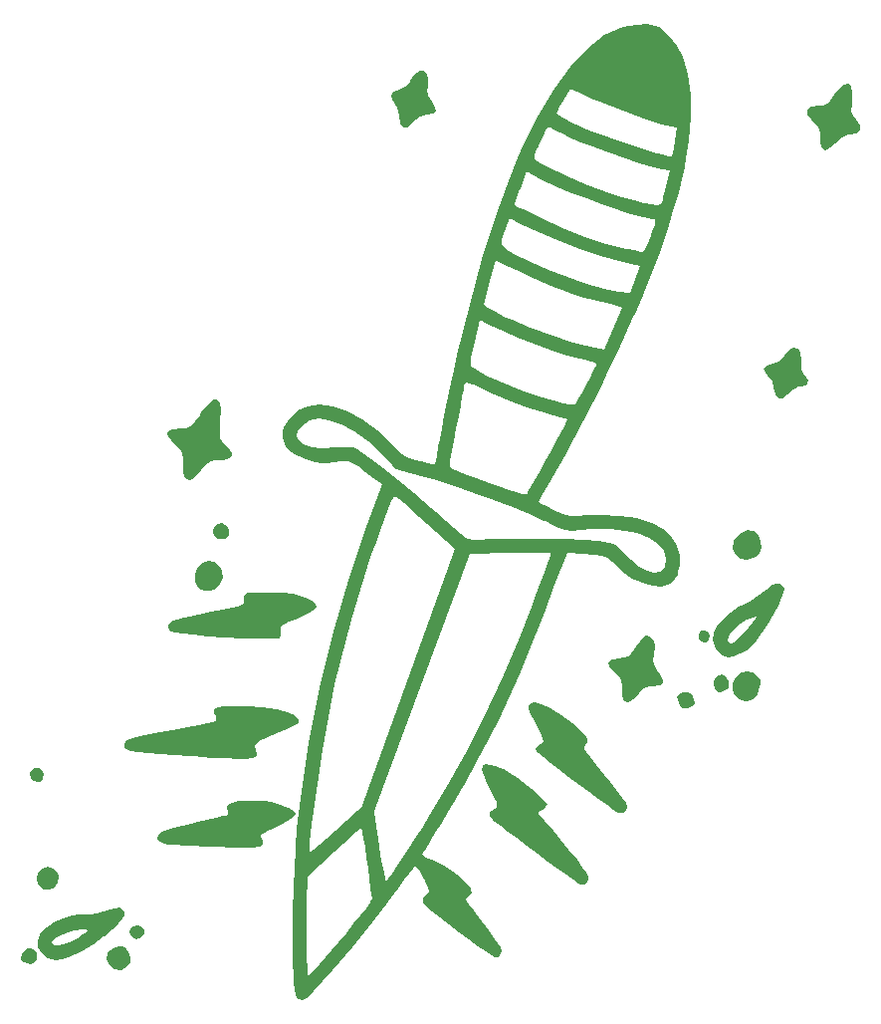
<source format=gbo>
G04 #@! TF.GenerationSoftware,KiCad,Pcbnew,(6.0.6-69-g6d26e8e3e8)*
G04 #@! TF.CreationDate,2022-07-20T16:26:27-04:00*
G04 #@! TF.ProjectId,bottom,626f7474-6f6d-42e6-9b69-6361645f7063,rev?*
G04 #@! TF.SameCoordinates,Original*
G04 #@! TF.FileFunction,Legend,Bot*
G04 #@! TF.FilePolarity,Positive*
%FSLAX46Y46*%
G04 Gerber Fmt 4.6, Leading zero omitted, Abs format (unit mm)*
G04 Created by KiCad (PCBNEW (6.0.6-69-g6d26e8e3e8)) date 2022-07-20 16:26:27*
%MOMM*%
%LPD*%
G01*
G04 APERTURE LIST*
G04 APERTURE END LIST*
G36*
X209804619Y-188912649D02*
G01*
X210562211Y-189263273D01*
X211444442Y-189812496D01*
X212417126Y-190546798D01*
X213006986Y-191047359D01*
X213484504Y-191523667D01*
X213708040Y-191882570D01*
X213701013Y-192164891D01*
X213486839Y-192411449D01*
X213480345Y-192416662D01*
X213409749Y-192531212D01*
X213442103Y-192714000D01*
X213603110Y-193004621D01*
X213918481Y-193442671D01*
X214413919Y-194067743D01*
X215115133Y-194919432D01*
X215582785Y-195489573D01*
X216164590Y-196221360D01*
X216635841Y-196840694D01*
X216957202Y-197295486D01*
X217089336Y-197533646D01*
X217092310Y-197755140D01*
X216845788Y-198038877D01*
X216637650Y-198129419D01*
X216346476Y-198151314D01*
X216264851Y-198110383D01*
X215904734Y-197880938D01*
X215345042Y-197492988D01*
X214634347Y-196983019D01*
X213821220Y-196387518D01*
X212954230Y-195742970D01*
X212081947Y-195085860D01*
X211252942Y-194452676D01*
X210515786Y-193879902D01*
X209919048Y-193404025D01*
X209511299Y-193061530D01*
X209341109Y-192888904D01*
X209279801Y-192732637D01*
X209319742Y-192525967D01*
X209621860Y-192326393D01*
X209659311Y-192306512D01*
X209843139Y-192187414D01*
X209913585Y-192036109D01*
X209857463Y-191782845D01*
X209661588Y-191357872D01*
X209312770Y-190691437D01*
X209159057Y-190392971D01*
X208873028Y-189779846D01*
X208692579Y-189306676D01*
X208651561Y-189057129D01*
X208800083Y-188861294D01*
X209205849Y-188774148D01*
X209804619Y-188912649D01*
G37*
G36*
X220169064Y-149508616D02*
G01*
X219742086Y-150734128D01*
X218753549Y-153273206D01*
X218297291Y-154350798D01*
X217696525Y-155769693D01*
X217602620Y-155991478D01*
X216314050Y-158835995D01*
X215488719Y-160554312D01*
X214912590Y-161753798D01*
X213422991Y-164691936D01*
X213181122Y-165144456D01*
X211870008Y-167597453D01*
X210278389Y-170417395D01*
X210130700Y-170671830D01*
X209813201Y-171219937D01*
X209591054Y-171605076D01*
X209505257Y-171756251D01*
X209522208Y-171768273D01*
X209759228Y-171888179D01*
X210217730Y-172106678D01*
X210823580Y-172388229D01*
X211354019Y-172627453D01*
X211883077Y-172829110D01*
X212341528Y-172921134D01*
X212869883Y-172928053D01*
X213608656Y-172874396D01*
X214864065Y-172813354D01*
X216484484Y-172879986D01*
X217939629Y-173111879D01*
X219176214Y-173499577D01*
X220140950Y-174033622D01*
X220670212Y-174516887D01*
X221211383Y-175313009D01*
X221510109Y-176185179D01*
X221555438Y-177062837D01*
X221387584Y-177685604D01*
X221336423Y-177875419D01*
X220842116Y-178552365D01*
X220496834Y-178796280D01*
X219941521Y-178941233D01*
X219229207Y-178872770D01*
X218297210Y-178591863D01*
X218160477Y-178541277D01*
X217467916Y-178236318D01*
X216927571Y-177869270D01*
X216371900Y-177330359D01*
X216294153Y-177247738D01*
X215821700Y-176783942D01*
X215391370Y-176477985D01*
X214904442Y-176289610D01*
X214262193Y-176178562D01*
X213365902Y-176104583D01*
X211990717Y-176014924D01*
X210916337Y-178787180D01*
X210014363Y-181114573D01*
X209675531Y-181984355D01*
X208751286Y-184300886D01*
X207883949Y-186376945D01*
X207039839Y-188284740D01*
X206185279Y-190096478D01*
X205286591Y-191884369D01*
X204310093Y-193720623D01*
X203222110Y-195677447D01*
X202905733Y-196230263D01*
X202400847Y-197095448D01*
X201848294Y-198027498D01*
X201285587Y-198964450D01*
X200750244Y-199844342D01*
X200279779Y-200605208D01*
X199911708Y-201185086D01*
X199683545Y-201522014D01*
X199622138Y-201628743D01*
X199661567Y-201770641D01*
X199919352Y-201922221D01*
X200454950Y-202130368D01*
X200822876Y-202291020D01*
X201502505Y-202676276D01*
X202223572Y-203164117D01*
X202897338Y-203688467D01*
X203435059Y-204183250D01*
X203747996Y-204582388D01*
X203789461Y-204669086D01*
X203805727Y-204919220D01*
X203561378Y-205170631D01*
X203467829Y-205246511D01*
X203303193Y-205457421D01*
X203388873Y-205654668D01*
X203411743Y-205682615D01*
X203624628Y-205954599D01*
X203994615Y-206434938D01*
X204476680Y-207065006D01*
X205025801Y-207786175D01*
X205076932Y-207853545D01*
X205663070Y-208641778D01*
X206054288Y-209211648D01*
X206278692Y-209612823D01*
X206364386Y-209894966D01*
X206339473Y-210107747D01*
X206158796Y-210383375D01*
X205809554Y-210427284D01*
X205782894Y-210418492D01*
X205498323Y-210255132D01*
X204999599Y-209921315D01*
X204339680Y-209456204D01*
X203571524Y-208898968D01*
X202748087Y-208288771D01*
X201922329Y-207664777D01*
X201147207Y-207066156D01*
X200475680Y-206532069D01*
X199960704Y-206101686D01*
X199703921Y-205732910D01*
X199732436Y-205330996D01*
X200073488Y-205018226D01*
X200169593Y-204940018D01*
X200194384Y-204729298D01*
X200064835Y-204347720D01*
X199765474Y-203730610D01*
X199719019Y-203641627D01*
X199415084Y-203118043D01*
X199159976Y-202770788D01*
X199004829Y-202671088D01*
X199000326Y-202673864D01*
X198828621Y-202861992D01*
X198504166Y-203277829D01*
X198071765Y-203862249D01*
X197576232Y-204556125D01*
X196982734Y-205386231D01*
X196539869Y-205973503D01*
X195401088Y-207483610D01*
X193714086Y-209577594D01*
X192007801Y-211563334D01*
X190368310Y-213335986D01*
X190152508Y-213554094D01*
X189758400Y-213895786D01*
X189465654Y-214024968D01*
X189192009Y-213987175D01*
X189107481Y-213950118D01*
X188961601Y-213820628D01*
X188856768Y-213575466D01*
X188780004Y-213155397D01*
X188718326Y-212501187D01*
X188658758Y-211553601D01*
X188646835Y-211325136D01*
X188603626Y-209911686D01*
X188594120Y-208255848D01*
X188600584Y-207720871D01*
X189782466Y-207720871D01*
X189787218Y-208917352D01*
X189806062Y-209933619D01*
X189828600Y-210612057D01*
X189856802Y-211292947D01*
X189883266Y-211771698D01*
X189904364Y-211973047D01*
X190007543Y-211943372D01*
X190239267Y-211719523D01*
X190455167Y-211475692D01*
X190854080Y-211034310D01*
X191311108Y-210535008D01*
X191427757Y-210407103D01*
X191942701Y-209821627D01*
X192538543Y-209119354D01*
X193171019Y-208355311D01*
X193795864Y-207584525D01*
X194368812Y-206862021D01*
X194845602Y-206242827D01*
X195181966Y-205781968D01*
X195333642Y-205534473D01*
X195339246Y-205472180D01*
X195315505Y-205111701D01*
X195249219Y-204506097D01*
X195150666Y-203727019D01*
X195030120Y-202846118D01*
X194897855Y-201935047D01*
X194764148Y-201065454D01*
X194639271Y-200308994D01*
X194533502Y-199737315D01*
X194457114Y-199422070D01*
X194356737Y-199489134D01*
X194034566Y-199758337D01*
X193531373Y-200197896D01*
X192889120Y-200771091D01*
X192149770Y-201441199D01*
X189865786Y-203525724D01*
X189806828Y-205753737D01*
X189791774Y-206516459D01*
X189782466Y-207720871D01*
X188600584Y-207720871D01*
X188615950Y-206449129D01*
X188666750Y-204583030D01*
X188744153Y-202749058D01*
X188820426Y-201465593D01*
X190033794Y-201465593D01*
X190116865Y-201457119D01*
X190419945Y-201257254D01*
X190904322Y-200876032D01*
X191527350Y-200347383D01*
X192246382Y-199705234D01*
X194129562Y-197985236D01*
X195510388Y-197985236D01*
X195530723Y-198117141D01*
X195962588Y-200918532D01*
X196080607Y-201663237D01*
X196228980Y-202540496D01*
X196358710Y-203242643D01*
X196458943Y-203711703D01*
X196518827Y-203889697D01*
X196535334Y-203885444D01*
X196711007Y-203698117D01*
X197033238Y-203274165D01*
X197468205Y-202663344D01*
X197982082Y-201915412D01*
X198541046Y-201080127D01*
X199111270Y-200207248D01*
X199658932Y-199346532D01*
X200150206Y-198547737D01*
X201639588Y-196019418D01*
X203393300Y-192871479D01*
X204966767Y-189822896D01*
X206400807Y-186790280D01*
X207736238Y-183690241D01*
X209013877Y-180439389D01*
X209390299Y-179431307D01*
X209778449Y-178373022D01*
X210104531Y-177463312D01*
X210352600Y-176747423D01*
X210506706Y-176270604D01*
X210550906Y-176078101D01*
X210546605Y-176073613D01*
X210324701Y-176040230D01*
X209811105Y-176018961D01*
X209060553Y-176010490D01*
X208127786Y-176015496D01*
X207067540Y-176034665D01*
X203641358Y-176116705D01*
X195510388Y-197985236D01*
X194129562Y-197985236D01*
X194425553Y-197714893D01*
X202446707Y-175676955D01*
X200066016Y-173579428D01*
X199381071Y-172976255D01*
X198664921Y-172346301D01*
X198069905Y-171823662D01*
X197643846Y-171450337D01*
X197434569Y-171268329D01*
X197364090Y-171223633D01*
X197275176Y-171236995D01*
X197168224Y-171360568D01*
X197026457Y-171631349D01*
X196833094Y-172086339D01*
X196571360Y-172762536D01*
X196224475Y-173696941D01*
X195775661Y-174926554D01*
X195243936Y-176428842D01*
X193586855Y-181734117D01*
X192204505Y-187217152D01*
X191107600Y-192831703D01*
X190306853Y-198531523D01*
X190250474Y-199038115D01*
X190155834Y-199937229D01*
X190084039Y-200685943D01*
X190041291Y-201217613D01*
X190033794Y-201465593D01*
X188820426Y-201465593D01*
X188845794Y-201038713D01*
X188969308Y-199543503D01*
X189278304Y-196842076D01*
X189989741Y-192218721D01*
X190931541Y-187498056D01*
X192083779Y-182766593D01*
X193426535Y-178110841D01*
X194939886Y-173617311D01*
X196186954Y-170183514D01*
X195483871Y-169665518D01*
X194822099Y-169179176D01*
X194183481Y-168725573D01*
X193712472Y-168433311D01*
X193343367Y-168276236D01*
X193010460Y-168228196D01*
X192648048Y-168263039D01*
X192190424Y-168354611D01*
X192086810Y-168376170D01*
X191512534Y-168470284D01*
X191037201Y-168468751D01*
X190519455Y-168357817D01*
X189817940Y-168123724D01*
X189553899Y-168026450D01*
X188738457Y-167660230D01*
X188205205Y-167270536D01*
X187899890Y-166806955D01*
X187768263Y-166219073D01*
X187765009Y-166026042D01*
X188949337Y-166026042D01*
X189058227Y-166340808D01*
X189102500Y-166422010D01*
X189528191Y-166797403D01*
X190224444Y-167046671D01*
X191136711Y-167156445D01*
X192210437Y-167113356D01*
X192592569Y-167075573D01*
X193279682Y-167046030D01*
X193756776Y-167104250D01*
X194117719Y-167257318D01*
X194440472Y-167463603D01*
X195284442Y-168061615D01*
X196334675Y-168866398D01*
X197558928Y-169852258D01*
X198924961Y-170993499D01*
X200400528Y-172264426D01*
X200795149Y-172608032D01*
X201629294Y-173327103D01*
X202362516Y-173949462D01*
X202953917Y-174440929D01*
X203362600Y-174767328D01*
X203547669Y-174894482D01*
X203590346Y-174899707D01*
X203929205Y-174908756D01*
X204547012Y-174909481D01*
X205389214Y-174902277D01*
X206401253Y-174887542D01*
X207528575Y-174865667D01*
X207724920Y-174861539D01*
X209926079Y-174835999D01*
X211811925Y-174855024D01*
X213373758Y-174918276D01*
X214602873Y-175025415D01*
X215490569Y-175176102D01*
X215582262Y-175199240D01*
X216055340Y-175376410D01*
X216466567Y-175677564D01*
X216940812Y-176189999D01*
X217363629Y-176639956D01*
X218054778Y-177201270D01*
X218737919Y-177576079D01*
X219357621Y-177744083D01*
X219858455Y-177684971D01*
X220184989Y-177378440D01*
X220237259Y-177266920D01*
X220378792Y-176553366D01*
X220191391Y-175878883D01*
X219695638Y-175270233D01*
X218912119Y-174754176D01*
X217861414Y-174357472D01*
X216881350Y-174158297D01*
X215585698Y-174036759D01*
X214220615Y-174029301D01*
X212927966Y-174142115D01*
X212548731Y-174191425D01*
X212220453Y-174200200D01*
X211888197Y-174143581D01*
X211473260Y-174000145D01*
X210896938Y-173748474D01*
X210080529Y-173367147D01*
X209964797Y-173313056D01*
X208743419Y-172776683D01*
X207282327Y-172183844D01*
X205672114Y-171567569D01*
X204003376Y-170960887D01*
X202366705Y-170396823D01*
X200852694Y-169908408D01*
X199551940Y-169528671D01*
X197423793Y-168953835D01*
X197056037Y-168563180D01*
X201960683Y-168563180D01*
X201973686Y-168669065D01*
X202062264Y-168789065D01*
X202270360Y-168926763D01*
X202640613Y-169102069D01*
X203215665Y-169334897D01*
X204038158Y-169645153D01*
X205150731Y-170052753D01*
X206133759Y-170408613D01*
X206999056Y-170713966D01*
X207619116Y-170917979D01*
X208039480Y-171032839D01*
X208305695Y-171070730D01*
X208463302Y-171043839D01*
X208557847Y-170964352D01*
X208625458Y-170864411D01*
X208855275Y-170483427D01*
X209192083Y-169899211D01*
X209604695Y-169168463D01*
X210061928Y-168347882D01*
X210532598Y-167494170D01*
X210985519Y-166664025D01*
X211389506Y-165914146D01*
X211713375Y-165301235D01*
X211925940Y-164881991D01*
X211996017Y-164713113D01*
X211842476Y-164648237D01*
X211410932Y-164514772D01*
X210770875Y-164334931D01*
X209991549Y-164128897D01*
X208722019Y-163766224D01*
X207402259Y-163292515D01*
X205980274Y-162674986D01*
X205387489Y-162399578D01*
X204560277Y-162017593D01*
X203981533Y-161763871D01*
X203604290Y-161628106D01*
X203381581Y-161599988D01*
X203266438Y-161669213D01*
X203211894Y-161825470D01*
X203170982Y-162058455D01*
X203138694Y-162230014D01*
X203037400Y-162761278D01*
X202891453Y-163522219D01*
X202715117Y-164438526D01*
X202522657Y-165435885D01*
X202405763Y-166045942D01*
X202234306Y-166961148D01*
X202094987Y-167730198D01*
X201999786Y-168286430D01*
X201960683Y-168563180D01*
X197056037Y-168563180D01*
X196490353Y-167962272D01*
X196195574Y-167656624D01*
X195038542Y-166594290D01*
X193893576Y-165747940D01*
X192792090Y-165129948D01*
X191765500Y-164752684D01*
X190845220Y-164628525D01*
X190062666Y-164769843D01*
X189449251Y-165189011D01*
X189246572Y-165414330D01*
X188999040Y-165755740D01*
X188949337Y-166026042D01*
X187765009Y-166026042D01*
X187760696Y-165770140D01*
X187879524Y-165348981D01*
X188180627Y-164834287D01*
X188300992Y-164663859D01*
X189017983Y-163978050D01*
X189898343Y-163579137D01*
X190915780Y-163461129D01*
X192044002Y-163618037D01*
X193256715Y-164043872D01*
X194527628Y-164732644D01*
X195830449Y-165678363D01*
X197138883Y-166875040D01*
X197521477Y-167257581D01*
X197950260Y-167642719D01*
X198334632Y-167889555D01*
X198791713Y-168068013D01*
X199438627Y-168248013D01*
X199552341Y-168277636D01*
X200142188Y-168427868D01*
X200559448Y-168528398D01*
X200719936Y-168558804D01*
X200726331Y-168526353D01*
X200778289Y-168236555D01*
X200870365Y-167712885D01*
X200988330Y-167036090D01*
X200991483Y-167017992D01*
X201113487Y-166356823D01*
X201292254Y-165437182D01*
X201511114Y-164342491D01*
X201753394Y-163156165D01*
X202002426Y-161961626D01*
X202396726Y-160161809D01*
X203722685Y-160161809D01*
X203773860Y-160215173D01*
X204080778Y-160422460D01*
X204593072Y-160717880D01*
X205234178Y-161056131D01*
X205626671Y-161248170D01*
X206605469Y-161682787D01*
X207671497Y-162107053D01*
X208766066Y-162502372D01*
X209830488Y-162850150D01*
X210806076Y-163131794D01*
X211634141Y-163328709D01*
X212255995Y-163422299D01*
X212612952Y-163393972D01*
X212703890Y-163288887D01*
X212928936Y-162933180D01*
X213233057Y-162404415D01*
X213573661Y-161782346D01*
X213908154Y-161146726D01*
X214193942Y-160577306D01*
X214388431Y-160153840D01*
X214449027Y-159956080D01*
X214351557Y-159913319D01*
X213973066Y-159801194D01*
X213377271Y-159644588D01*
X212636831Y-159463262D01*
X212635247Y-159462886D01*
X211645764Y-159187102D01*
X210437358Y-158786837D01*
X209104931Y-158298336D01*
X207743387Y-157757846D01*
X206447627Y-157201613D01*
X205312552Y-156665883D01*
X204503839Y-156260065D01*
X204070677Y-158125150D01*
X203932783Y-158749066D01*
X203800289Y-159432040D01*
X203725800Y-159929032D01*
X203722685Y-160161809D01*
X202396726Y-160161809D01*
X202608724Y-159194125D01*
X203635552Y-154962868D01*
X204893227Y-154962868D01*
X204926624Y-154998770D01*
X205201595Y-155186357D01*
X205685468Y-155470139D01*
X206301099Y-155804021D01*
X206579146Y-155944053D01*
X207491371Y-156356976D01*
X208591391Y-156806718D01*
X209794361Y-157262856D01*
X211015438Y-157694964D01*
X212169776Y-158072620D01*
X213172532Y-158365397D01*
X213938859Y-158542870D01*
X215085143Y-158745707D01*
X215874726Y-156995833D01*
X216139627Y-156400357D01*
X216402311Y-155788408D01*
X216574206Y-155361202D01*
X216627069Y-155186650D01*
X216626485Y-155185916D01*
X216441651Y-155123279D01*
X215982704Y-155000123D01*
X215317502Y-154833931D01*
X214513901Y-154642188D01*
X214260429Y-154582121D01*
X213394757Y-154358921D01*
X212591192Y-154113658D01*
X211755055Y-153812944D01*
X210791669Y-153423393D01*
X209606357Y-152911618D01*
X208858424Y-152580056D01*
X207963841Y-152176359D01*
X207204208Y-151825619D01*
X206642426Y-151556966D01*
X206341398Y-151399536D01*
X205908054Y-151132869D01*
X205366709Y-152978307D01*
X205189685Y-153603189D01*
X205017373Y-154268227D01*
X204912567Y-154746546D01*
X204893227Y-154962868D01*
X203635552Y-154962868D01*
X203640080Y-154944209D01*
X204721614Y-151032011D01*
X205202468Y-149513028D01*
X206382442Y-149513028D01*
X206404309Y-149824683D01*
X206590402Y-150096687D01*
X206978520Y-150378450D01*
X207606458Y-150719389D01*
X208512015Y-151168915D01*
X208843606Y-151329142D01*
X210369164Y-152002249D01*
X211979508Y-152622592D01*
X213578204Y-153157344D01*
X215068821Y-153573677D01*
X216354924Y-153838764D01*
X217287767Y-153983361D01*
X218131206Y-151666033D01*
X217384061Y-151514412D01*
X216076694Y-151196707D01*
X214532030Y-150731883D01*
X212862746Y-150157501D01*
X211160350Y-149506835D01*
X209516348Y-148813167D01*
X208022248Y-148109774D01*
X207030320Y-147611784D01*
X206630768Y-148709544D01*
X206487002Y-149112307D01*
X206382442Y-149513028D01*
X205202468Y-149513028D01*
X205852732Y-147458889D01*
X206202976Y-146499460D01*
X207482100Y-146499460D01*
X207506709Y-146510864D01*
X207768639Y-146637333D01*
X208269149Y-146880817D01*
X208950314Y-147213107D01*
X209754209Y-147605994D01*
X211526456Y-148430188D01*
X213286148Y-149139917D01*
X214957791Y-149686049D01*
X216635413Y-150102697D01*
X217059146Y-150192908D01*
X217719972Y-150334914D01*
X218200566Y-150439926D01*
X218418455Y-150490029D01*
X218451880Y-150471254D01*
X218601112Y-150221746D01*
X218816301Y-149741996D01*
X219062971Y-149106030D01*
X219211941Y-148691658D01*
X219388140Y-148156136D01*
X219448556Y-147850179D01*
X219401791Y-147710030D01*
X219256450Y-147671930D01*
X218856058Y-147620469D01*
X218074306Y-147439847D01*
X217075477Y-147151734D01*
X215919763Y-146778023D01*
X214667364Y-146340607D01*
X213378469Y-145861378D01*
X212113276Y-145362228D01*
X210931978Y-144865051D01*
X209894770Y-144391739D01*
X209061847Y-143964184D01*
X208476964Y-143637162D01*
X207958869Y-145060618D01*
X207860479Y-145333327D01*
X207653827Y-145925178D01*
X207519246Y-146339404D01*
X207482100Y-146499460D01*
X206202976Y-146499460D01*
X207032841Y-144226196D01*
X207855484Y-142290359D01*
X209176887Y-142290359D01*
X209219919Y-142550221D01*
X209438994Y-142786295D01*
X209868060Y-143045762D01*
X210541073Y-143375804D01*
X211491981Y-143823600D01*
X211963955Y-144042160D01*
X213482579Y-144687237D01*
X215070432Y-145286933D01*
X216603407Y-145796205D01*
X217957391Y-146170011D01*
X218494426Y-146296093D01*
X219180880Y-146441159D01*
X219621846Y-146493279D01*
X219878076Y-146449319D01*
X220010327Y-146306149D01*
X220079353Y-146060637D01*
X220135207Y-145794619D01*
X220266870Y-145217624D01*
X220422285Y-144573236D01*
X220672236Y-143565909D01*
X220110662Y-143476332D01*
X220034870Y-143463311D01*
X219359273Y-143304512D01*
X218444917Y-143039916D01*
X217367250Y-142695852D01*
X216201724Y-142298654D01*
X215023790Y-141874651D01*
X213908897Y-141450175D01*
X212932494Y-141051558D01*
X212170033Y-140705131D01*
X211538034Y-140398196D01*
X210925895Y-140113374D01*
X210494594Y-139927326D01*
X210311171Y-139870165D01*
X210291374Y-139890913D01*
X210146106Y-140141392D01*
X209908675Y-140611046D01*
X209619341Y-141221254D01*
X209483142Y-141510551D01*
X209275945Y-141959530D01*
X209176887Y-142290359D01*
X207855484Y-142290359D01*
X208261346Y-141335288D01*
X209537654Y-138787521D01*
X209571350Y-138731427D01*
X211073624Y-138731427D01*
X211079769Y-138740744D01*
X211288977Y-138891923D01*
X211721535Y-139141391D01*
X212293239Y-139440213D01*
X212343660Y-139465295D01*
X213106315Y-139815271D01*
X214036149Y-140199981D01*
X215078184Y-140601024D01*
X216177447Y-140999997D01*
X217278962Y-141378499D01*
X218327753Y-141718129D01*
X219268847Y-142000486D01*
X220047265Y-142207163D01*
X220608034Y-142319763D01*
X220896179Y-142319883D01*
X220896526Y-142319714D01*
X220967625Y-142130516D01*
X221050301Y-141686052D01*
X221126728Y-141082037D01*
X221249440Y-139894476D01*
X220355267Y-139698593D01*
X219976732Y-139601981D01*
X219182730Y-139359938D01*
X218200516Y-139030415D01*
X217112634Y-138643694D01*
X216001628Y-138230059D01*
X214950043Y-137819794D01*
X214040424Y-137443180D01*
X213355313Y-137130502D01*
X212222072Y-136568152D01*
X211618089Y-137585970D01*
X211324130Y-138112084D01*
X211126961Y-138526309D01*
X211073624Y-138731427D01*
X209571350Y-138731427D01*
X210861171Y-136584250D01*
X212231302Y-134726830D01*
X213647453Y-133216616D01*
X215109031Y-132054965D01*
X215662585Y-131749380D01*
X216706647Y-131372714D01*
X217830132Y-131152790D01*
X218873954Y-131128745D01*
X219032155Y-131144400D01*
X219532511Y-131237084D01*
X219915772Y-131435390D01*
X220355429Y-131820300D01*
X220610796Y-132076069D01*
X221301471Y-132939356D01*
X221796569Y-133911632D01*
X222161302Y-135111758D01*
X222228676Y-135412833D01*
X222469439Y-137117719D01*
X222503262Y-138984233D01*
X222327356Y-141035063D01*
X222069885Y-142531706D01*
X221938935Y-143292897D01*
X221335208Y-145780425D01*
X221062639Y-146689159D01*
X220513389Y-148520334D01*
X220169064Y-149508616D01*
G37*
G36*
X199773553Y-135058813D02*
G01*
X199789321Y-135064791D01*
X200059010Y-135307916D01*
X200154796Y-135781989D01*
X200085764Y-136529806D01*
X200072675Y-136618553D01*
X200108665Y-137192714D01*
X200419738Y-137720904D01*
X200639821Y-138031617D01*
X200756945Y-138441724D01*
X200555043Y-138703545D01*
X200035594Y-138812875D01*
X199992664Y-138815346D01*
X199412263Y-138977563D01*
X198891442Y-139419260D01*
X198806517Y-139511828D01*
X198351889Y-139862294D01*
X197994208Y-139876247D01*
X197749767Y-139560155D01*
X197634851Y-138920483D01*
X197629769Y-138847461D01*
X197490976Y-138197063D01*
X197225375Y-137743069D01*
X197068532Y-137552895D01*
X196965927Y-137150799D01*
X197175647Y-136827705D01*
X197670212Y-136651069D01*
X197707555Y-136645854D01*
X198200579Y-136453601D01*
X198582217Y-135996174D01*
X198617730Y-135936761D01*
X199040221Y-135341786D01*
X199413639Y-135058465D01*
X199773553Y-135058813D01*
G37*
G36*
X227788763Y-186200624D02*
G01*
X228260470Y-186640002D01*
X228365620Y-186825462D01*
X228416264Y-187213392D01*
X228270303Y-187759191D01*
X228146041Y-188064046D01*
X227892337Y-188433785D01*
X227543370Y-188610220D01*
X227124071Y-188661756D01*
X226594889Y-188513999D01*
X226222053Y-188161055D01*
X226030294Y-187680382D01*
X226044342Y-187149439D01*
X226288922Y-186645687D01*
X226788768Y-186246582D01*
X227234072Y-186103080D01*
X227788763Y-186200624D01*
G37*
G36*
X168248300Y-202854654D02*
G01*
X168598737Y-203222014D01*
X168695765Y-203525420D01*
X168635680Y-204038303D01*
X168351094Y-204458099D01*
X167900874Y-204663236D01*
X167430310Y-204629523D01*
X166997810Y-204348117D01*
X166808287Y-203843171D01*
X166808975Y-203662756D01*
X166983316Y-203185406D01*
X167345026Y-202869504D01*
X167798542Y-202748202D01*
X168248300Y-202854654D01*
G37*
G36*
X227751109Y-174149018D02*
G01*
X227779931Y-174160202D01*
X228189024Y-174498368D01*
X228438714Y-175042044D01*
X228469193Y-175664972D01*
X228425168Y-175875779D01*
X228226058Y-176233547D01*
X227798835Y-176500309D01*
X227237517Y-176642798D01*
X226676443Y-176533724D01*
X226260857Y-176193421D01*
X226058436Y-175680762D01*
X226136860Y-175054620D01*
X226320613Y-174741432D01*
X226757525Y-174363220D01*
X227278218Y-174141143D01*
X227751109Y-174149018D01*
G37*
G36*
X205330371Y-194044522D02*
G01*
X205896996Y-194200718D01*
X206008687Y-194236181D01*
X206532702Y-194444667D01*
X207081172Y-194747683D01*
X207732647Y-195193159D01*
X208565682Y-195829023D01*
X208582002Y-195841866D01*
X209232638Y-196373042D01*
X209765545Y-196843701D01*
X210126110Y-197203170D01*
X210259719Y-197400779D01*
X210145862Y-197629357D01*
X209827021Y-197880769D01*
X209561230Y-198083206D01*
X209531358Y-198243756D01*
X209676742Y-198405052D01*
X210011492Y-198795477D01*
X210496060Y-199368676D01*
X211092265Y-200079474D01*
X211761918Y-200882695D01*
X212080415Y-201267507D01*
X212779660Y-202131700D01*
X213274565Y-202781686D01*
X213588859Y-203251806D01*
X213746267Y-203576398D01*
X213770514Y-203789801D01*
X213665138Y-204042062D01*
X213417442Y-204244131D01*
X213285234Y-204269094D01*
X213077643Y-204282464D01*
X213074648Y-204281149D01*
X212892997Y-204157419D01*
X212478097Y-203859182D01*
X211875844Y-203420389D01*
X211132129Y-202874992D01*
X210292847Y-202256944D01*
X209403891Y-201600195D01*
X208511155Y-200938698D01*
X207660530Y-200306404D01*
X206897912Y-199737268D01*
X206269192Y-199265237D01*
X205820266Y-198924266D01*
X205597024Y-198748306D01*
X205352976Y-198425920D01*
X205396763Y-198078207D01*
X205782971Y-197783197D01*
X205940572Y-197681566D01*
X205993675Y-197524529D01*
X205924824Y-197249161D01*
X205718038Y-196791847D01*
X205357336Y-196088975D01*
X205116246Y-195614534D01*
X204822938Y-194952866D01*
X204702702Y-194508747D01*
X204739534Y-194234127D01*
X204815188Y-194118567D01*
X205000712Y-194016245D01*
X205330371Y-194044522D01*
G37*
G36*
X186285640Y-197174711D02*
G01*
X187041613Y-197295737D01*
X187767679Y-197514851D01*
X188271799Y-197712666D01*
X188730596Y-197967211D01*
X188879536Y-198216257D01*
X188712411Y-198489056D01*
X188223012Y-198814858D01*
X187405132Y-199222916D01*
X187059425Y-199386050D01*
X186473313Y-199672888D01*
X186062505Y-199888075D01*
X185899849Y-199994282D01*
X185920011Y-200146318D01*
X186036190Y-200487737D01*
X186073901Y-200591915D01*
X186095393Y-200799196D01*
X185989072Y-200949824D01*
X185717575Y-201049268D01*
X185243545Y-201102996D01*
X184529622Y-201116481D01*
X183538446Y-201095188D01*
X182232658Y-201044590D01*
X181185843Y-200999841D01*
X180198252Y-200958112D01*
X179368516Y-200923555D01*
X178761499Y-200898872D01*
X178442066Y-200886762D01*
X178020568Y-200825342D01*
X177492208Y-200659979D01*
X177324027Y-200578880D01*
X177109093Y-200366725D01*
X177149589Y-200054136D01*
X177181726Y-199986003D01*
X177340001Y-199824705D01*
X177646980Y-199668270D01*
X178152130Y-199499014D01*
X178904917Y-199299252D01*
X179954810Y-199051301D01*
X180449554Y-198938296D01*
X181344521Y-198734812D01*
X182097856Y-198564740D01*
X182642160Y-198443262D01*
X182910035Y-198385562D01*
X182920372Y-198383520D01*
X183125212Y-198272993D01*
X183083787Y-197994525D01*
X183020880Y-197703615D01*
X183118785Y-197437182D01*
X183450297Y-197265342D01*
X184054328Y-197170351D01*
X184969792Y-197134463D01*
X185364606Y-197133397D01*
X186285640Y-197174711D01*
G37*
G36*
X167325395Y-194588079D02*
G01*
X167404745Y-194831424D01*
X167354305Y-195240865D01*
X167123995Y-195514550D01*
X166969670Y-195547063D01*
X166608460Y-195428557D01*
X166318489Y-195144404D01*
X166237598Y-194804950D01*
X166331987Y-194594964D01*
X166647158Y-194373849D01*
X167027418Y-194361760D01*
X167325395Y-194588079D01*
G37*
G36*
X231581302Y-158675135D02*
G01*
X231809240Y-159061299D01*
X231858616Y-159727026D01*
X231853533Y-159805711D01*
X231890958Y-160446482D01*
X232082323Y-160805195D01*
X232252407Y-160995165D01*
X232424506Y-161410953D01*
X232414487Y-161655665D01*
X232228105Y-161813081D01*
X231775692Y-161926559D01*
X231652476Y-161953502D01*
X231154436Y-162139546D01*
X230829893Y-162378231D01*
X230648409Y-162587037D01*
X230338364Y-162850731D01*
X230266753Y-162888642D01*
X229924594Y-162891343D01*
X229669489Y-162585541D01*
X229534251Y-162005718D01*
X229411403Y-161476296D01*
X229029287Y-160942586D01*
X228810059Y-160725354D01*
X228692356Y-160384049D01*
X228912779Y-160112872D01*
X229463554Y-159929955D01*
X230053283Y-159716571D01*
X230454656Y-159283479D01*
X230820106Y-158814290D01*
X231232393Y-158586734D01*
X231581302Y-158675135D01*
G37*
G36*
X175735722Y-207815796D02*
G01*
X175981800Y-208134653D01*
X176007080Y-208415774D01*
X175776070Y-208728146D01*
X175721531Y-208772018D01*
X175326174Y-208881138D01*
X174955972Y-208713748D01*
X174734769Y-208318558D01*
X174768743Y-207987728D01*
X175016270Y-207758988D01*
X175376238Y-207696125D01*
X175735722Y-207815796D01*
G37*
G36*
X181997937Y-176851435D02*
G01*
X182466695Y-177278064D01*
X182619895Y-177598255D01*
X182652316Y-178169769D01*
X182456135Y-178712243D01*
X182077967Y-179121546D01*
X181564427Y-179293549D01*
X181106084Y-179273104D01*
X180675949Y-179089723D01*
X180369172Y-178670350D01*
X180297266Y-178494159D01*
X180267424Y-177888037D01*
X180518485Y-177320231D01*
X181009104Y-176904804D01*
X181438137Y-176764009D01*
X181997937Y-176851435D01*
G37*
G36*
X222186384Y-187910775D02*
G01*
X222558423Y-188102550D01*
X222752636Y-188460367D01*
X222785596Y-188796438D01*
X222697235Y-189003782D01*
X222392618Y-189172955D01*
X222143162Y-189254052D01*
X221812401Y-189256744D01*
X221811118Y-189256274D01*
X221539918Y-189012616D01*
X221348636Y-188616738D01*
X221330241Y-188260696D01*
X221424744Y-188097774D01*
X221765499Y-187903149D01*
X222186384Y-187910775D01*
G37*
G36*
X171652462Y-209307304D02*
G01*
X170676086Y-209904431D01*
X169761914Y-210355204D01*
X169000742Y-210605306D01*
X168443085Y-210643084D01*
X167778321Y-210468469D01*
X167271902Y-210087442D01*
X166971963Y-209560733D01*
X166943416Y-209175483D01*
X168123697Y-209175483D01*
X168250926Y-209382658D01*
X168611325Y-209429450D01*
X169146841Y-209316113D01*
X169799419Y-209042902D01*
X170295629Y-208778859D01*
X170781883Y-208496110D01*
X171064399Y-208301806D01*
X171074533Y-208292683D01*
X171188477Y-208150586D01*
X171069050Y-208080882D01*
X170656552Y-208046155D01*
X170620039Y-208044868D01*
X170089745Y-208107247D01*
X169467933Y-208282899D01*
X168864280Y-208527891D01*
X168388469Y-208798287D01*
X168150179Y-209050149D01*
X168123697Y-209175483D01*
X166943416Y-209175483D01*
X166926639Y-208949074D01*
X167184062Y-208313196D01*
X167229739Y-208251572D01*
X167670654Y-207864066D01*
X168319934Y-207483028D01*
X169078100Y-207147618D01*
X169845670Y-206896993D01*
X170523165Y-206770314D01*
X171011104Y-206806739D01*
X171015939Y-206808416D01*
X171351211Y-206810993D01*
X171896055Y-206706418D01*
X172534949Y-206516682D01*
X172800235Y-206426528D01*
X173459656Y-206238772D01*
X173886548Y-206205638D01*
X174147095Y-206330923D01*
X174307480Y-206618428D01*
X174328824Y-206694182D01*
X174311510Y-206898294D01*
X174153882Y-207155957D01*
X173813151Y-207525525D01*
X173246530Y-208065352D01*
X172600250Y-208618135D01*
X172557822Y-208648986D01*
X171652462Y-209307304D01*
G37*
G36*
X228854054Y-182441543D02*
G01*
X228031506Y-183516186D01*
X227176667Y-184311386D01*
X226319850Y-184791046D01*
X226038054Y-184882342D01*
X225570070Y-184926941D01*
X225150043Y-184763249D01*
X225028046Y-184681519D01*
X224576895Y-184155480D01*
X224364506Y-183491403D01*
X224365798Y-183479511D01*
X225592160Y-183479511D01*
X225684041Y-183687536D01*
X225930740Y-183723028D01*
X226351629Y-183475794D01*
X226572234Y-183285379D01*
X226952049Y-182897708D01*
X227358180Y-182438439D01*
X227722622Y-181988758D01*
X227977373Y-181629851D01*
X228054427Y-181442905D01*
X227996263Y-181433043D01*
X227700619Y-181517903D01*
X227248397Y-181707955D01*
X226973146Y-181857478D01*
X226443751Y-182248812D01*
X225985904Y-182704380D01*
X225676432Y-183142005D01*
X225592160Y-183479511D01*
X224365798Y-183479511D01*
X224437734Y-182817291D01*
X224710031Y-182340435D01*
X225216941Y-181745763D01*
X225850533Y-181156392D01*
X226514635Y-180661066D01*
X227113074Y-180348532D01*
X227482970Y-180179916D01*
X228102872Y-179809644D01*
X228696256Y-179373460D01*
X228941352Y-179172814D01*
X229443884Y-178798145D01*
X229785596Y-178634950D01*
X230035366Y-178660250D01*
X230262072Y-178851068D01*
X230342083Y-178953695D01*
X230400819Y-179138725D01*
X230356909Y-179412998D01*
X230193698Y-179852786D01*
X229894532Y-180534361D01*
X229613998Y-181123556D01*
X229191280Y-181856685D01*
X228854054Y-182441543D01*
G37*
G36*
X236098147Y-136362119D02*
G01*
X236217306Y-136898861D01*
X236176931Y-137736844D01*
X236148488Y-137976213D01*
X236131910Y-138501135D01*
X236238375Y-138859736D01*
X236496999Y-139183628D01*
X236569914Y-139260316D01*
X236899327Y-139754010D01*
X236896150Y-140138215D01*
X236567942Y-140395516D01*
X235922256Y-140508494D01*
X235849289Y-140514412D01*
X235324526Y-140717737D01*
X234744792Y-141226383D01*
X234358357Y-141594211D01*
X233943822Y-141815843D01*
X233655878Y-141710854D01*
X233489827Y-141276665D01*
X233440968Y-140510692D01*
X233439464Y-140383730D01*
X233323153Y-139841828D01*
X232976939Y-139440579D01*
X232735423Y-139229312D01*
X232409982Y-138775652D01*
X232412814Y-138406465D01*
X232734426Y-138155574D01*
X233365322Y-138056808D01*
X233393622Y-138056342D01*
X233772415Y-138022581D01*
X234055593Y-137892573D01*
X234336155Y-137597947D01*
X234707102Y-137070327D01*
X235010165Y-136662137D01*
X235471906Y-136233477D01*
X235842123Y-136136897D01*
X236098147Y-136362119D01*
G37*
G36*
X166685093Y-209852153D02*
G01*
X166825341Y-210116171D01*
X166817668Y-210566376D01*
X166517573Y-210914864D01*
X166229967Y-210978130D01*
X165809807Y-210882877D01*
X165678110Y-210809013D01*
X165500674Y-210576690D01*
X165573783Y-210197884D01*
X165644017Y-210041015D01*
X165959389Y-209701407D01*
X166339029Y-209628307D01*
X166685093Y-209852153D01*
G37*
G36*
X182624201Y-173516251D02*
G01*
X183027967Y-173763876D01*
X183209236Y-174140860D01*
X183146238Y-174536076D01*
X182817205Y-174838403D01*
X182669007Y-174883731D01*
X182267852Y-174863705D01*
X182251766Y-174857619D01*
X181946329Y-174596616D01*
X181847749Y-174216903D01*
X181932194Y-173831830D01*
X182175829Y-173554745D01*
X182554818Y-173498998D01*
X182624201Y-173516251D01*
G37*
G36*
X223993066Y-182819844D02*
G01*
X224094229Y-183159746D01*
X223907980Y-183556673D01*
X223730567Y-183658557D01*
X223359019Y-183591504D01*
X223122293Y-183362662D01*
X223155472Y-182988053D01*
X223350958Y-182691882D01*
X223699289Y-182656621D01*
X223993066Y-182819844D01*
G37*
G36*
X186803673Y-179420157D02*
G01*
X186892627Y-179421822D01*
X187853104Y-179458270D01*
X188575790Y-179534472D01*
X189166622Y-179666755D01*
X189731540Y-179871450D01*
X190192681Y-180084752D01*
X190589302Y-180359911D01*
X190681190Y-180626487D01*
X190458940Y-180907917D01*
X189913153Y-181227640D01*
X189034426Y-181609090D01*
X188990196Y-181626823D01*
X188287679Y-181915278D01*
X187854334Y-182122226D01*
X187632904Y-182290359D01*
X187566125Y-182462366D01*
X187596739Y-182680935D01*
X187622439Y-182994527D01*
X187481546Y-183308922D01*
X187369204Y-183336808D01*
X186937828Y-183360509D01*
X186239452Y-183361114D01*
X185325742Y-183339509D01*
X184248364Y-183296578D01*
X183058981Y-183233204D01*
X182839888Y-183220042D01*
X181366651Y-183124722D01*
X180208687Y-183032656D01*
X179333015Y-182936740D01*
X178706652Y-182829866D01*
X178296616Y-182704928D01*
X178069923Y-182554820D01*
X177993594Y-182372437D01*
X178034644Y-182150670D01*
X178051888Y-182109064D01*
X178167159Y-181959724D01*
X178392810Y-181825124D01*
X178776383Y-181690855D01*
X179365420Y-181542512D01*
X180207466Y-181365685D01*
X181350063Y-181145968D01*
X181664331Y-181086849D01*
X182701737Y-180888688D01*
X183450232Y-180734650D01*
X183956084Y-180608796D01*
X184265564Y-180495196D01*
X184424943Y-180377910D01*
X184480488Y-180241005D01*
X184478472Y-180068546D01*
X184492204Y-179745733D01*
X184655307Y-179486069D01*
X184835737Y-179454877D01*
X185314497Y-179427361D01*
X185997882Y-179414946D01*
X186803673Y-179420157D01*
G37*
G36*
X182394433Y-163306319D02*
G01*
X182481440Y-163935356D01*
X182446137Y-164895209D01*
X182408458Y-165364214D01*
X182389496Y-165922653D01*
X182443016Y-166288220D01*
X182589501Y-166559433D01*
X182849436Y-166834805D01*
X182955069Y-166940469D01*
X183275803Y-167323206D01*
X183432893Y-167612738D01*
X183431162Y-167744552D01*
X183220361Y-168014242D01*
X182797705Y-168182149D01*
X182261411Y-168199114D01*
X182005618Y-168177316D01*
X181623978Y-168243390D01*
X181273847Y-168497493D01*
X180851441Y-168998464D01*
X180766700Y-169104974D01*
X180383106Y-169515640D01*
X180049651Y-169779923D01*
X179780557Y-169868424D01*
X179490177Y-169722559D01*
X179324525Y-169247720D01*
X179283230Y-168443257D01*
X179284365Y-167995556D01*
X179228200Y-167554453D01*
X179062524Y-167257000D01*
X178741705Y-166979887D01*
X178664874Y-166920092D01*
X178262038Y-166525025D01*
X178010133Y-166147835D01*
X177944108Y-165861929D01*
X178072535Y-165637261D01*
X178465388Y-165512695D01*
X179165075Y-165463089D01*
X179427101Y-165452892D01*
X179753568Y-165394769D01*
X180017502Y-165230662D01*
X180304337Y-164897632D01*
X180699511Y-164332744D01*
X180855505Y-164108694D01*
X181415650Y-163409284D01*
X181859927Y-163042765D01*
X182186725Y-163008616D01*
X182394433Y-163306319D01*
G37*
G36*
X174367207Y-209601367D02*
G01*
X174636015Y-209989877D01*
X174815902Y-210448266D01*
X174828472Y-210815029D01*
X174671988Y-211052774D01*
X174339649Y-211355228D01*
X174030630Y-211494622D01*
X173469086Y-211455554D01*
X173457182Y-211451109D01*
X173041678Y-211128635D01*
X172808785Y-210632240D01*
X172831002Y-210114314D01*
X172979569Y-209915802D01*
X173365683Y-209652833D01*
X173815965Y-209474017D01*
X174169800Y-209458083D01*
X174367207Y-209601367D01*
G37*
G36*
X218966576Y-183152802D02*
G01*
X219112100Y-183221437D01*
X219360077Y-183514913D01*
X219429377Y-184017500D01*
X219332113Y-184783228D01*
X219288333Y-185072448D01*
X219329603Y-185574045D01*
X219593009Y-186016820D01*
X219863336Y-186364960D01*
X220143394Y-186855194D01*
X220133163Y-187173900D01*
X219824437Y-187350980D01*
X219209013Y-187416340D01*
X218915105Y-187437341D01*
X218445946Y-187601293D01*
X218046973Y-188003103D01*
X217965703Y-188103932D01*
X217600360Y-188474285D01*
X217291472Y-188677696D01*
X217149287Y-188713100D01*
X216827693Y-188633339D01*
X216652810Y-188260639D01*
X216613100Y-187576268D01*
X216616172Y-187425553D01*
X216577506Y-186914963D01*
X216402985Y-186560720D01*
X216025113Y-186205457D01*
X215917371Y-186115003D01*
X215531804Y-185685805D01*
X215483599Y-185359082D01*
X215773645Y-185132016D01*
X216402824Y-185001790D01*
X216725497Y-184956549D01*
X217161845Y-184846751D01*
X217361646Y-184723976D01*
X217429478Y-184596772D01*
X217665601Y-184235880D01*
X217996809Y-183772452D01*
X218127662Y-183599147D01*
X218446000Y-183239559D01*
X218696798Y-183109206D01*
X218966576Y-183152802D01*
G37*
G36*
X184681989Y-189086240D02*
G01*
X184729393Y-189087104D01*
X186099997Y-189160893D01*
X187255214Y-189319895D01*
X188161616Y-189555501D01*
X188785773Y-189859109D01*
X189094257Y-190222111D01*
X189104183Y-190253221D01*
X189098507Y-190412177D01*
X188957193Y-190576852D01*
X188632104Y-190778166D01*
X188075101Y-191047039D01*
X187238045Y-191414390D01*
X186479222Y-191743139D01*
X185903711Y-192007705D01*
X185560412Y-192200904D01*
X185400604Y-192357504D01*
X185375570Y-192512271D01*
X185436590Y-192699973D01*
X185485848Y-192825827D01*
X185557409Y-193079979D01*
X185539196Y-193275955D01*
X185398449Y-193417870D01*
X185102403Y-193509840D01*
X184618298Y-193555981D01*
X183913370Y-193560407D01*
X182954857Y-193527236D01*
X181709996Y-193460580D01*
X180146024Y-193364559D01*
X179847496Y-193345473D01*
X178536636Y-193255245D01*
X177336347Y-193162555D01*
X176294959Y-193071842D01*
X175460804Y-192987542D01*
X174882213Y-192914097D01*
X174607517Y-192855942D01*
X174331386Y-192640116D01*
X174268175Y-192314059D01*
X174481487Y-191996330D01*
X174945702Y-191769256D01*
X174950103Y-191768095D01*
X175311458Y-191687505D01*
X175953152Y-191558598D01*
X176809570Y-191393989D01*
X177815103Y-191206295D01*
X178904140Y-191008129D01*
X179650011Y-190873869D01*
X180618254Y-190695470D01*
X181307543Y-190556545D01*
X181760295Y-190442980D01*
X182018931Y-190340663D01*
X182125865Y-190235483D01*
X182123518Y-190113325D01*
X182054309Y-189960079D01*
X181942040Y-189718938D01*
X181881308Y-189452394D01*
X181974639Y-189267879D01*
X182261703Y-189152197D01*
X182782169Y-189092158D01*
X183575708Y-189074570D01*
X184681989Y-189086240D01*
G37*
G36*
X225449178Y-186524852D02*
G01*
X225657308Y-187000658D01*
X225716985Y-187321526D01*
X225650245Y-187551343D01*
X225363961Y-187738580D01*
X225044497Y-187865554D01*
X224758901Y-187888964D01*
X224722389Y-187873934D01*
X224463893Y-187593668D01*
X224402566Y-187174208D01*
X224530747Y-186749785D01*
X224840775Y-186454632D01*
X225120814Y-186377798D01*
X225449178Y-186524852D01*
G37*
%LPC*%
M02*

</source>
